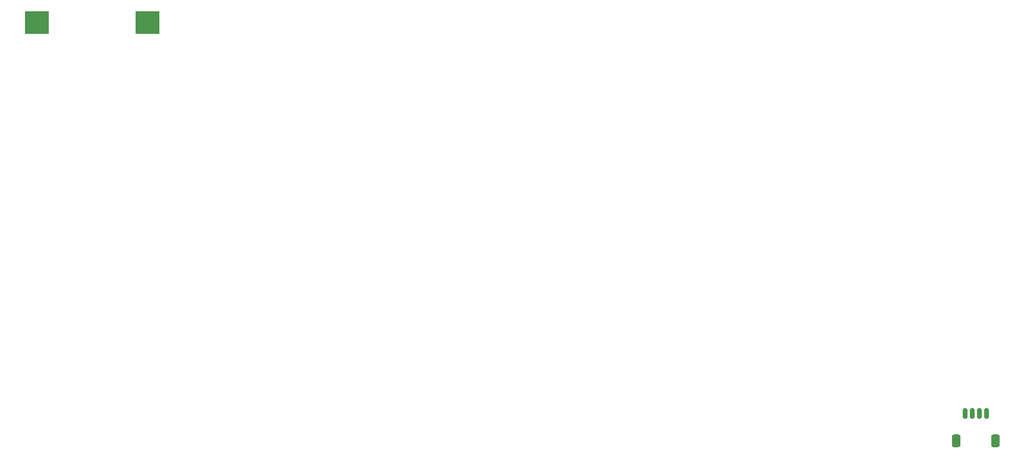
<source format=gbr>
%TF.GenerationSoftware,KiCad,Pcbnew,6.0.2+dfsg-1*%
%TF.CreationDate,2023-06-28T13:42:51-06:00*%
%TF.ProjectId,SpectDrone,53706563-7444-4726-9f6e-652e6b696361,rev?*%
%TF.SameCoordinates,PXd18240cPY697af44*%
%TF.FileFunction,Paste,Top*%
%TF.FilePolarity,Positive*%
%FSLAX46Y46*%
G04 Gerber Fmt 4.6, Leading zero omitted, Abs format (unit mm)*
G04 Created by KiCad (PCBNEW 6.0.2+dfsg-1) date 2023-06-28 13:42:51*
%MOMM*%
%LPD*%
G01*
G04 APERTURE LIST*
G04 Aperture macros list*
%AMRoundRect*
0 Rectangle with rounded corners*
0 $1 Rounding radius*
0 $2 $3 $4 $5 $6 $7 $8 $9 X,Y pos of 4 corners*
0 Add a 4 corners polygon primitive as box body*
4,1,4,$2,$3,$4,$5,$6,$7,$8,$9,$2,$3,0*
0 Add four circle primitives for the rounded corners*
1,1,$1+$1,$2,$3*
1,1,$1+$1,$4,$5*
1,1,$1+$1,$6,$7*
1,1,$1+$1,$8,$9*
0 Add four rect primitives between the rounded corners*
20,1,$1+$1,$2,$3,$4,$5,0*
20,1,$1+$1,$4,$5,$6,$7,0*
20,1,$1+$1,$6,$7,$8,$9,0*
20,1,$1+$1,$8,$9,$2,$3,0*%
G04 Aperture macros list end*
%ADD10R,3.500000X3.300000*%
%ADD11RoundRect,0.150000X-0.150000X-0.625000X0.150000X-0.625000X0.150000X0.625000X-0.150000X0.625000X0*%
%ADD12RoundRect,0.250000X-0.350000X-0.650000X0.350000X-0.650000X0.350000X0.650000X-0.350000X0.650000X0*%
G04 APERTURE END LIST*
D10*
%TO.C,BT1*%
X-159080900Y24244100D03*
X-174880900Y24244100D03*
%TD*%
D11*
%TO.C,J8*%
X-42649300Y-31528000D03*
X-41649300Y-31528000D03*
X-40649300Y-31528000D03*
X-39649300Y-31528000D03*
D12*
X-43949300Y-35403000D03*
X-38349300Y-35403000D03*
%TD*%
M02*

</source>
